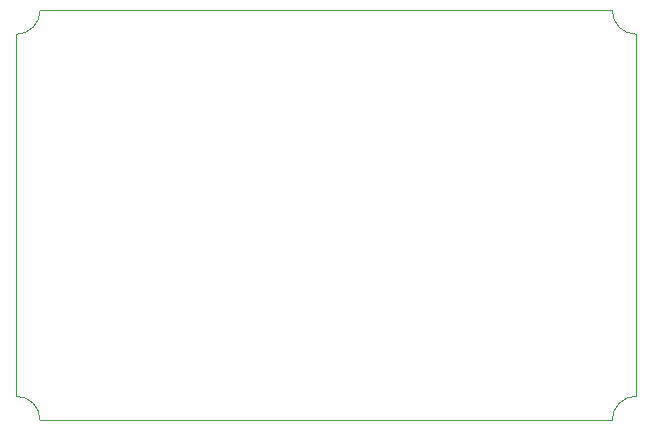
<source format=gbr>
%TF.GenerationSoftware,KiCad,Pcbnew,(6.0.8)*%
%TF.CreationDate,2023-03-18T00:57:18+01:00*%
%TF.ProjectId,WHEEL-07,57484545-4c2d-4303-972e-6b696361645f,rev?*%
%TF.SameCoordinates,Original*%
%TF.FileFunction,Profile,NP*%
%FSLAX46Y46*%
G04 Gerber Fmt 4.6, Leading zero omitted, Abs format (unit mm)*
G04 Created by KiCad (PCBNEW (6.0.8)) date 2023-03-18 00:57:18*
%MOMM*%
%LPD*%
G01*
G04 APERTURE LIST*
%TA.AperFunction,Profile*%
%ADD10C,0.100000*%
%TD*%
G04 APERTURE END LIST*
D10*
X148414000Y-52588841D02*
X148413999Y-83224842D01*
X198882000Y-50556841D02*
X150446000Y-50556841D01*
X200914000Y-83224841D02*
X200914000Y-52588841D01*
X150445999Y-85256842D02*
X198882000Y-85256841D01*
X198882000Y-50556841D02*
G75*
G03*
X200914000Y-52588841I2032000J0D01*
G01*
X148414000Y-52588841D02*
G75*
G03*
X150446000Y-50556841I0J2032000D01*
G01*
X150445999Y-85256842D02*
G75*
G03*
X148413999Y-83224842I-2031999J1D01*
G01*
X200914000Y-83224841D02*
G75*
G03*
X198882000Y-85256841I0J-2032000D01*
G01*
M02*

</source>
